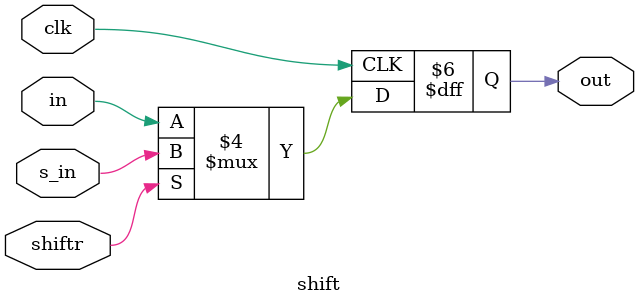
<source format=v>
`timescale 1ns / 1ps


module shift(
    input in,
    input s_in,
    output reg out,
    input clk,
    input shiftr
    );
    
//    reg out = 1'b1;
//    reg out;
    
    always @(posedge clk)
    begin
       if (shiftr == 0)
       begin
          out <= in;
       end
       else
       begin
          out <= s_in;
       end
    end
endmodule

</source>
